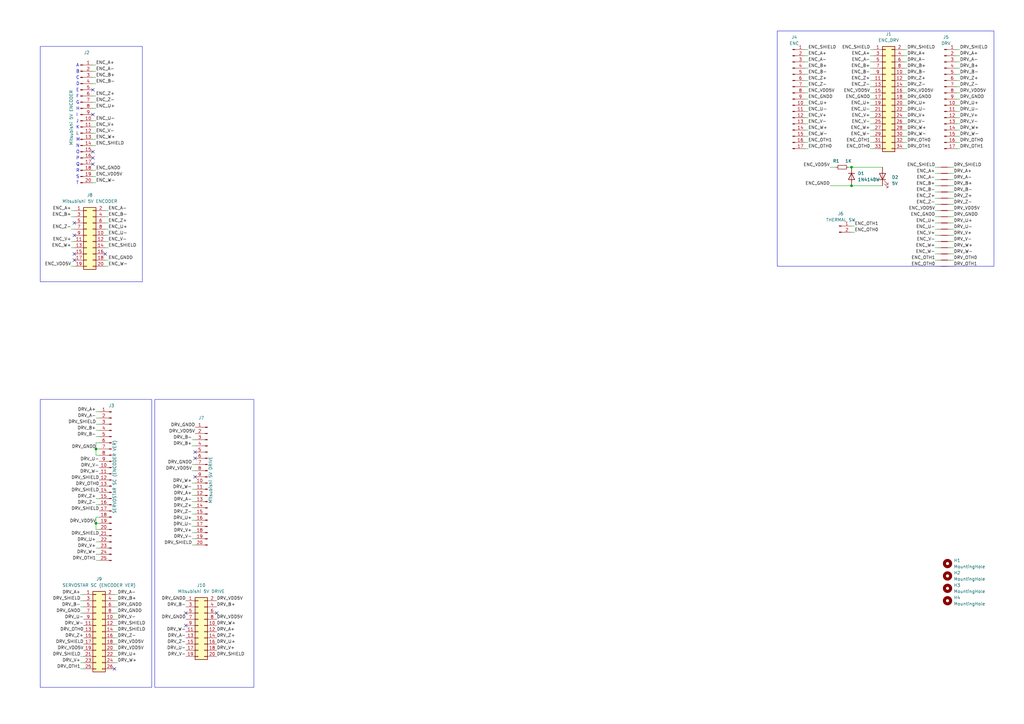
<source format=kicad_sch>
(kicad_sch (version 20230121) (generator eeschema)
  (paper "A3")
  (lib_symbols
    (symbol "Connector:Conn_01x02_Pin" (pin_names (offset 1.016) hide)
      (property "Reference" "J" (at 0 2.54 0))
      (property "Value" "Conn_01x02_Pin" (at 0 -5.08 0))
      (symbol "Conn_01x02_Pin_1_1"
        (pin passive line (at 5.08 0 180) (length 3.81) (name "Pin_1") (number "1"))
        (pin passive line (at 5.08 -2.54 180) (length 3.81) (name "Pin_2") (number "2"))
      )
    )
    (symbol "Connector:Conn_01x17_Pin" (pin_names (offset 1.016) hide)
      (property "Reference" "J" (at 0 22.86 0))
      (property "Value" "Conn_01x17_Pin" (at 0 -22.86 0))
      (symbol "Conn_01x17_Pin_1_1"
        (pin passive line (at 5.08 20.32 180) (length 3.81) (name "Pin_1") (number "1"))
        (pin passive line (at 5.08 -2.54 180) (length 3.81) (name "Pin_10") (number "10"))
        (pin passive line (at 5.08 -5.08 180) (length 3.81) (name "Pin_11") (number "11"))
        (pin passive line (at 5.08 -7.62 180) (length 3.81) (name "Pin_12") (number "12"))
        (pin passive line (at 5.08 -10.16 180) (length 3.81) (name "Pin_13") (number "13"))
        (pin passive line (at 5.08 -12.7 180) (length 3.81) (name "Pin_14") (number "14"))
        (pin passive line (at 5.08 -15.24 180) (length 3.81) (name "Pin_15") (number "15"))
        (pin passive line (at 5.08 -17.78 180) (length 3.81) (name "Pin_16") (number "16"))
        (pin passive line (at 5.08 -20.32 180) (length 3.81) (name "Pin_17") (number "17"))
        (pin passive line (at 5.08 17.78 180) (length 3.81) (name "Pin_2") (number "2"))
        (pin passive line (at 5.08 15.24 180) (length 3.81) (name "Pin_3") (number "3"))
        (pin passive line (at 5.08 12.7 180) (length 3.81) (name "Pin_4") (number "4"))
        (pin passive line (at 5.08 10.16 180) (length 3.81) (name "Pin_5") (number "5"))
        (pin passive line (at 5.08 7.62 180) (length 3.81) (name "Pin_6") (number "6"))
        (pin passive line (at 5.08 5.08 180) (length 3.81) (name "Pin_7") (number "7"))
        (pin passive line (at 5.08 2.54 180) (length 3.81) (name "Pin_8") (number "8"))
        (pin passive line (at 5.08 0 180) (length 3.81) (name "Pin_9") (number "9"))
      )
    )
    (symbol "Connector:Conn_01x20_Pin" (pin_names (offset 1.016) hide)
      (property "Reference" "J" (at 0 25.4 0))
      (property "Value" "Conn_01x20_Pin" (at 0 -27.94 0))
      (symbol "Conn_01x20_Pin_1_1"
        (pin passive line (at 5.08 22.86 180) (length 3.81) (name "Pin_1") (number "1"))
        (pin passive line (at 5.08 0 180) (length 3.81) (name "Pin_10") (number "10"))
        (pin passive line (at 5.08 -2.54 180) (length 3.81) (name "Pin_11") (number "11"))
        (pin passive line (at 5.08 -5.08 180) (length 3.81) (name "Pin_12") (number "12"))
        (pin passive line (at 5.08 -7.62 180) (length 3.81) (name "Pin_13") (number "13"))
        (pin passive line (at 5.08 -10.16 180) (length 3.81) (name "Pin_14") (number "14"))
        (pin passive line (at 5.08 -12.7 180) (length 3.81) (name "Pin_15") (number "15"))
        (pin passive line (at 5.08 -15.24 180) (length 3.81) (name "Pin_16") (number "16"))
        (pin passive line (at 5.08 -17.78 180) (length 3.81) (name "Pin_17") (number "17"))
        (pin passive line (at 5.08 -20.32 180) (length 3.81) (name "Pin_18") (number "18"))
        (pin passive line (at 5.08 -22.86 180) (length 3.81) (name "Pin_19") (number "19"))
        (pin passive line (at 5.08 20.32 180) (length 3.81) (name "Pin_2") (number "2"))
        (pin passive line (at 5.08 -25.4 180) (length 3.81) (name "Pin_20") (number "20"))
        (pin passive line (at 5.08 17.78 180) (length 3.81) (name "Pin_3") (number "3"))
        (pin passive line (at 5.08 15.24 180) (length 3.81) (name "Pin_4") (number "4"))
        (pin passive line (at 5.08 12.7 180) (length 3.81) (name "Pin_5") (number "5"))
        (pin passive line (at 5.08 10.16 180) (length 3.81) (name "Pin_6") (number "6"))
        (pin passive line (at 5.08 7.62 180) (length 3.81) (name "Pin_7") (number "7"))
        (pin passive line (at 5.08 5.08 180) (length 3.81) (name "Pin_8") (number "8"))
        (pin passive line (at 5.08 2.54 180) (length 3.81) (name "Pin_9") (number "9"))
      )
    )
    (symbol "Connector:Conn_01x25_Pin" (pin_names (offset 1.016) hide)
      (property "Reference" "J" (at 0 33.02 0))
      (property "Value" "Conn_01x25_Pin" (at 0 -33.02 0))
      (symbol "Conn_01x25_Pin_1_1"
        (pin passive line (at 5.08 30.48 180) (length 3.81) (name "Pin_1") (number "1"))
        (pin passive line (at 5.08 7.62 180) (length 3.81) (name "Pin_10") (number "10"))
        (pin passive line (at 5.08 5.08 180) (length 3.81) (name "Pin_11") (number "11"))
        (pin passive line (at 5.08 2.54 180) (length 3.81) (name "Pin_12") (number "12"))
        (pin passive line (at 5.08 0 180) (length 3.81) (name "Pin_13") (number "13"))
        (pin passive line (at 5.08 -2.54 180) (length 3.81) (name "Pin_14") (number "14"))
        (pin passive line (at 5.08 -5.08 180) (length 3.81) (name "Pin_15") (number "15"))
        (pin passive line (at 5.08 -7.62 180) (length 3.81) (name "Pin_16") (number "16"))
        (pin passive line (at 5.08 -10.16 180) (length 3.81) (name "Pin_17") (number "17"))
        (pin passive line (at 5.08 -12.7 180) (length 3.81) (name "Pin_18") (number "18"))
        (pin passive line (at 5.08 -15.24 180) (length 3.81) (name "Pin_19") (number "19"))
        (pin passive line (at 5.08 27.94 180) (length 3.81) (name "Pin_2") (number "2"))
        (pin passive line (at 5.08 -17.78 180) (length 3.81) (name "Pin_20") (number "20"))
        (pin passive line (at 5.08 -20.32 180) (length 3.81) (name "Pin_21") (number "21"))
        (pin passive line (at 5.08 -22.86 180) (length 3.81) (name "Pin_22") (number "22"))
        (pin passive line (at 5.08 -25.4 180) (length 3.81) (name "Pin_23") (number "23"))
        (pin passive line (at 5.08 -27.94 180) (length 3.81) (name "Pin_24") (number "24"))
        (pin passive line (at 5.08 -30.48 180) (length 3.81) (name "Pin_25") (number "25"))
        (pin passive line (at 5.08 25.4 180) (length 3.81) (name "Pin_3") (number "3"))
        (pin passive line (at 5.08 22.86 180) (length 3.81) (name "Pin_4") (number "4"))
        (pin passive line (at 5.08 20.32 180) (length 3.81) (name "Pin_5") (number "5"))
        (pin passive line (at 5.08 17.78 180) (length 3.81) (name "Pin_6") (number "6"))
        (pin passive line (at 5.08 15.24 180) (length 3.81) (name "Pin_7") (number "7"))
        (pin passive line (at 5.08 12.7 180) (length 3.81) (name "Pin_8") (number "8"))
        (pin passive line (at 5.08 10.16 180) (length 3.81) (name "Pin_9") (number "9"))
      )
    )
    (symbol "Connector_Generic:Conn_02x10_Odd_Even" (pin_names (offset 1.016) hide)
      (property "Reference" "J" (at 1.27 12.7 0))
      (property "Value" "Conn_02x10_Odd_Even" (at 1.27 -15.24 0))
      (symbol "Conn_02x10_Odd_Even_1_1"
        (pin passive line (at -5.08 10.16 0) (length 3.81) (name "Pin_1") (number "1"))
        (pin passive line (at 7.62 0 180) (length 3.81) (name "Pin_10") (number "10"))
        (pin passive line (at -5.08 -2.54 0) (length 3.81) (name "Pin_11") (number "11"))
        (pin passive line (at 7.62 -2.54 180) (length 3.81) (name "Pin_12") (number "12"))
        (pin passive line (at -5.08 -5.08 0) (length 3.81) (name "Pin_13") (number "13"))
        (pin passive line (at 7.62 -5.08 180) (length 3.81) (name "Pin_14") (number "14"))
        (pin passive line (at -5.08 -7.62 0) (length 3.81) (name "Pin_15") (number "15"))
        (pin passive line (at 7.62 -7.62 180) (length 3.81) (name "Pin_16") (number "16"))
        (pin passive line (at -5.08 -10.16 0) (length 3.81) (name "Pin_17") (number "17"))
        (pin passive line (at 7.62 -10.16 180) (length 3.81) (name "Pin_18") (number "18"))
        (pin passive line (at -5.08 -12.7 0) (length 3.81) (name "Pin_19") (number "19"))
        (pin passive line (at 7.62 10.16 180) (length 3.81) (name "Pin_2") (number "2"))
        (pin passive line (at 7.62 -12.7 180) (length 3.81) (name "Pin_20") (number "20"))
        (pin passive line (at -5.08 7.62 0) (length 3.81) (name "Pin_3") (number "3"))
        (pin passive line (at 7.62 7.62 180) (length 3.81) (name "Pin_4") (number "4"))
        (pin passive line (at -5.08 5.08 0) (length 3.81) (name "Pin_5") (number "5"))
        (pin passive line (at 7.62 5.08 180) (length 3.81) (name "Pin_6") (number "6"))
        (pin passive line (at -5.08 2.54 0) (length 3.81) (name "Pin_7") (number "7"))
        (pin passive line (at 7.62 2.54 180) (length 3.81) (name "Pin_8") (number "8"))
        (pin passive line (at -5.08 0 0) (length 3.81) (name "Pin_9") (number "9"))
      )
    )
    (symbol "Connector_Generic:Conn_02x13_Odd_Even" (pin_names (offset 1.016) hide)
      (property "Reference" "J" (at 1.27 17.78 0))
      (property "Value" "Conn_02x13_Odd_Even" (at 1.27 -17.78 0))
      (symbol "Conn_02x13_Odd_Even_1_1"
        (pin passive line (at -5.08 15.24 0) (length 3.81) (name "Pin_1") (number "1"))
        (pin passive line (at 7.62 5.08 180) (length 3.81) (name "Pin_10") (number "10"))
        (pin passive line (at -5.08 2.54 0) (length 3.81) (name "Pin_11") (number "11"))
        (pin passive line (at 7.62 2.54 180) (length 3.81) (name "Pin_12") (number "12"))
        (pin passive line (at -5.08 0 0) (length 3.81) (name "Pin_13") (number "13"))
        (pin passive line (at 7.62 0 180) (length 3.81) (name "Pin_14") (number "14"))
        (pin passive line (at -5.08 -2.54 0) (length 3.81) (name "Pin_15") (number "15"))
        (pin passive line (at 7.62 -2.54 180) (length 3.81) (name "Pin_16") (number "16"))
        (pin passive line (at -5.08 -5.08 0) (length 3.81) (name "Pin_17") (number "17"))
        (pin passive line (at 7.62 -5.08 180) (length 3.81) (name "Pin_18") (number "18"))
        (pin passive line (at -5.08 -7.62 0) (length 3.81) (name "Pin_19") (number "19"))
        (pin passive line (at 7.62 15.24 180) (length 3.81) (name "Pin_2") (number "2"))
        (pin passive line (at 7.62 -7.62 180) (length 3.81) (name "Pin_20") (number "20"))
        (pin passive line (at -5.08 -10.16 0) (length 3.81) (name "Pin_21") (number "21"))
        (pin passive line (at 7.62 -10.16 180) (length 3.81) (name "Pin_22") (number "22"))
        (pin passive line (at -5.08 -12.7 0) (length 3.81) (name "Pin_23") (number "23"))
        (pin passive line (at 7.62 -12.7 180) (length 3.81) (name "Pin_24") (number "24"))
        (pin passive line (at -5.08 -15.24 0) (length 3.81) (name "Pin_25") (number "25"))
        (pin passive line (at 7.62 -15.24 180) (length 3.81) (name "Pin_26") (number "26"))
        (pin passive line (at -5.08 12.7 0) (length 3.81) (name "Pin_3") (number "3"))
        (pin passive line (at 7.62 12.7 180) (length 3.81) (name "Pin_4") (number "4"))
        (pin passive line (at -5.08 10.16 0) (length 3.81) (name "Pin_5") (number "5"))
        (pin passive line (at 7.62 10.16 180) (length 3.81) (name "Pin_6") (number "6"))
        (pin passive line (at -5.08 7.62 0) (length 3.81) (name "Pin_7") (number "7"))
        (pin passive line (at 7.62 7.62 180) (length 3.81) (name "Pin_8") (number "8"))
        (pin passive line (at -5.08 5.08 0) (length 3.81) (name "Pin_9") (number "9"))
      )
    )
    (symbol "Connector_Generic:Conn_02x17_Odd_Even" (pin_names (offset 1.016) hide)
      (property "Reference" "J" (at 1.27 22.86 0))
      (property "Value" "Conn_02x17_Odd_Even" (at 1.27 -22.86 0))
      (symbol "Conn_02x17_Odd_Even_1_1"
        (pin passive line (at -5.08 20.32 0) (length 3.81) (name "Pin_1") (number "1"))
        (pin passive line (at 7.62 10.16 180) (length 3.81) (name "Pin_10") (number "10"))
        (pin passive line (at -5.08 7.62 0) (length 3.81) (name "Pin_11") (number "11"))
        (pin passive line (at 7.62 7.62 180) (length 3.81) (name "Pin_12") (number "12"))
        (pin passive line (at -5.08 5.08 0) (length 3.81) (name "Pin_13") (number "13"))
        (pin passive line (at 7.62 5.08 180) (length 3.81) (name "Pin_14") (number "14"))
        (pin passive line (at -5.08 2.54 0) (length 3.81) (name "Pin_15") (number "15"))
        (pin passive line (at 7.62 2.54 180) (length 3.81) (name "Pin_16") (number "16"))
        (pin passive line (at -5.08 0 0) (length 3.81) (name "Pin_17") (number "17"))
        (pin passive line (at 7.62 0 180) (length 3.81) (name "Pin_18") (number "18"))
        (pin passive line (at -5.08 -2.54 0) (length 3.81) (name "Pin_19") (number "19"))
        (pin passive line (at 7.62 20.32 180) (length 3.81) (name "Pin_2") (number "2"))
        (pin passive line (at 7.62 -2.54 180) (length 3.81) (name "Pin_20") (number "20"))
        (pin passive line (at -5.08 -5.08 0) (length 3.81) (name "Pin_21") (number "21"))
        (pin passive line (at 7.62 -5.08 180) (length 3.81) (name "Pin_22") (number "22"))
        (pin passive line (at -5.08 -7.62 0) (length 3.81) (name "Pin_23") (number "23"))
        (pin passive line (at 7.62 -7.62 180) (length 3.81) (name "Pin_24") (number "24"))
        (pin passive line (at -5.08 -10.16 0) (length 3.81) (name "Pin_25") (number "25"))
        (pin passive line (at 7.62 -10.16 180) (length 3.81) (name "Pin_26") (number "26"))
        (pin passive line (at -5.08 -12.7 0) (length 3.81) (name "Pin_27") (number "27"))
        (pin passive line (at 7.62 -12.7 180) (length 3.81) (name "Pin_28") (number "28"))
        (pin passive line (at -5.08 -15.24 0) (length 3.81) (name "Pin_29") (number "29"))
        (pin passive line (at -5.08 17.78 0) (length 3.81) (name "Pin_3") (number "3"))
        (pin passive line (at 7.62 -15.24 180) (length 3.81) (name "Pin_30") (number "30"))
        (pin passive line (at -5.08 -17.78 0) (length 3.81) (name "Pin_31") (number "31"))
        (pin passive line (at 7.62 -17.78 180) (length 3.81) (name "Pin_32") (number "32"))
        (pin passive line (at -5.08 -20.32 0) (length 3.81) (name "Pin_33") (number "33"))
        (pin passive line (at 7.62 -20.32 180) (length 3.81) (name "Pin_34") (number "34"))
        (pin passive line (at 7.62 17.78 180) (length 3.81) (name "Pin_4") (number "4"))
        (pin passive line (at -5.08 15.24 0) (length 3.81) (name "Pin_5") (number "5"))
        (pin passive line (at 7.62 15.24 180) (length 3.81) (name "Pin_6") (number "6"))
        (pin passive line (at -5.08 12.7 0) (length 3.81) (name "Pin_7") (number "7"))
        (pin passive line (at 7.62 12.7 180) (length 3.81) (name "Pin_8") (number "8"))
        (pin passive line (at -5.08 10.16 0) (length 3.81) (name "Pin_9") (number "9"))
      )
    )
    (symbol "Device:LED" (pin_numbers hide) (pin_names (offset 1.016) hide)
      (property "Reference" "D" (at 0 2.54 0))
      (property "Value" "LED" (at 0 -2.54 0))
      (symbol "LED_1_1"
        (pin passive line (at -3.81 0 0) (length 2.54) (name "K") (number "1"))
        (pin passive line (at 3.81 0 180) (length 2.54) (name "A") (number "2"))
      )
    )
    (symbol "Device:NetTie_2" (pin_numbers hide) (pin_names (offset 0) hide) (in_bom no)
      (property "Reference" "NT" (at 0 1.27 0))
      (property "Value" "NetTie_2" (at 0 -1.27 0))
      (symbol "NetTie_2_1_1"
        (pin passive line (at -2.54 0 0) (length 2.54) (name "1") (number "1"))
        (pin passive line (at 2.54 0 180) (length 2.54) (name "2") (number "2"))
      )
    )
    (symbol "Device:R_Small" (pin_numbers hide) (pin_names (offset 0.254) hide)
      (property "Reference" "R" (at 0.762 0.508 0))
      (property "Value" "R_Small" (at 0.762 -1.016 0))
      (symbol "R_Small_1_1"
        (pin passive line (at 0 2.54 270) (length 0.762) (name "~") (number "1"))
        (pin passive line (at 0 -2.54 90) (length 0.762) (name "~") (number "2"))
      )
    )
    (symbol "Diode:1N4148W" (pin_numbers hide) (pin_names hide)
      (property "Reference" "D" (at 0 2.54 0))
      (property "Value" "1N4148W" (at 0 -2.54 0))
      (symbol "1N4148W_1_1"
        (pin passive line (at -3.81 0 0) (length 2.54) (name "K") (number "1"))
        (pin passive line (at 3.81 0 180) (length 2.54) (name "A") (number "2"))
      )
    )
    (symbol "Mechanical:MountingHole" (pin_names (offset 1.016))
      (property "Reference" "H" (at 0 5.08 0))
      (property "Value" "MountingHole" (at 0 3.175 0))
    )
  )
  (junction (at 349.25 76.2))
  (junction (at 39.37 184.15))
  (junction (at 39.37 214.63))
  (junction (at 349.25 68.58))
  (no_connect (at 76.2 256.54))
  (no_connect (at 80.01 195.58))
  (no_connect (at 38.1 62.23))
  (no_connect (at 88.9 251.46))
  (no_connect (at 80.01 187.96))
  (no_connect (at 46.99 274.32))
  (no_connect (at 38.1 64.77))
  (no_connect (at 80.01 185.42))
  (no_connect (at 30.48 96.52))
  (no_connect (at 30.48 104.14))
  (no_connect (at 30.48 91.44))
  (no_connect (at 30.48 106.68))
  (no_connect (at 43.18 104.14))
  (no_connect (at 76.2 251.46))
  (no_connect (at 38.1 67.31))
  (no_connect (at 38.1 46.99))
  (no_connect (at 38.1 36.83))
  (wire (pts (xy 39.37 59.69) (xy 38.1 59.69)))
  (wire (pts (xy 39.37 222.25) (xy 40.64 222.25)))
  (wire (pts (xy 391.16 88.9) (xy 389.89 88.9)))
  (wire (pts (xy 391.16 76.2) (xy 389.89 76.2)))
  (wire (pts (xy 356.87 35.56) (xy 358.14 35.56)))
  (wire (pts (xy 372.11 25.4) (xy 370.84 25.4)))
  (wire (pts (xy 383.54 106.68) (xy 384.81 106.68)))
  (wire (pts (xy 393.7 55.88) (xy 392.43 55.88)))
  (wire (pts (xy 383.54 78.74) (xy 384.81 78.74)))
  (wire (pts (xy 391.16 99.06) (xy 389.89 99.06)))
  (wire (pts (xy 39.37 54.61) (xy 38.1 54.61)))
  (wire (pts (xy 39.37 217.17) (xy 40.64 217.17)))
  (wire (pts (xy 39.37 31.75) (xy 38.1 31.75)))
  (wire (pts (xy 39.37 184.15) (xy 40.64 184.15)))
  (wire (pts (xy 44.45 86.36) (xy 43.18 86.36)))
  (wire (pts (xy 48.26 266.7) (xy 46.99 266.7)))
  (wire (pts (xy 391.16 78.74) (xy 389.89 78.74)))
  (wire (pts (xy 349.25 68.58) (xy 361.95 68.58)))
  (wire (pts (xy 393.7 25.4) (xy 392.43 25.4)))
  (wire (pts (xy 391.16 96.52) (xy 389.89 96.52)))
  (wire (pts (xy 391.16 104.14) (xy 389.89 104.14)))
  (wire (pts (xy 39.37 41.91) (xy 38.1 41.91)))
  (wire (pts (xy 331.47 48.26) (xy 330.2 48.26)))
  (wire (pts (xy 39.37 227.33) (xy 40.64 227.33)))
  (wire (pts (xy 331.47 50.8) (xy 330.2 50.8)))
  (wire (pts (xy 44.45 96.52) (xy 43.18 96.52)))
  (wire (pts (xy 383.54 71.12) (xy 384.81 71.12)))
  (wire (pts (xy 383.54 88.9) (xy 384.81 88.9)))
  (wire (pts (xy 356.87 50.8) (xy 358.14 50.8)))
  (wire (pts (xy 39.37 212.09) (xy 39.37 214.63)))
  (wire (pts (xy 383.54 81.28) (xy 384.81 81.28)))
  (wire (pts (xy 48.26 256.54) (xy 46.99 256.54)))
  (wire (pts (xy 383.54 104.14) (xy 384.81 104.14)))
  (wire (pts (xy 44.45 93.98) (xy 43.18 93.98)))
  (wire (pts (xy 78.74 208.28) (xy 80.01 208.28)))
  (wire (pts (xy 39.37 214.63) (xy 39.37 217.17)))
  (wire (pts (xy 39.37 34.29) (xy 38.1 34.29)))
  (wire (pts (xy 331.47 22.86) (xy 330.2 22.86)))
  (wire (pts (xy 372.11 55.88) (xy 370.84 55.88)))
  (wire (pts (xy 356.87 27.94) (xy 358.14 27.94)))
  (wire (pts (xy 29.21 93.98) (xy 30.48 93.98)))
  (wire (pts (xy 356.87 43.18) (xy 358.14 43.18)))
  (wire (pts (xy 391.16 86.36) (xy 389.89 86.36)))
  (wire (pts (xy 39.37 168.91) (xy 40.64 168.91)))
  (wire (pts (xy 33.02 243.84) (xy 34.29 243.84)))
  (wire (pts (xy 331.47 25.4) (xy 330.2 25.4)))
  (wire (pts (xy 393.7 43.18) (xy 392.43 43.18)))
  (wire (pts (xy 39.37 44.45) (xy 38.1 44.45)))
  (wire (pts (xy 78.74 193.04) (xy 80.01 193.04)))
  (wire (pts (xy 372.11 53.34) (xy 370.84 53.34)))
  (wire (pts (xy 356.87 22.86) (xy 358.14 22.86)))
  (wire (pts (xy 340.36 68.58) (xy 342.9 68.58)))
  (wire (pts (xy 39.37 72.39) (xy 38.1 72.39)))
  (wire (pts (xy 356.87 38.1) (xy 358.14 38.1)))
  (wire (pts (xy 39.37 176.53) (xy 40.64 176.53)))
  (wire (pts (xy 48.26 271.78) (xy 46.99 271.78)))
  (wire (pts (xy 391.16 101.6) (xy 389.89 101.6)))
  (wire (pts (xy 331.47 27.94) (xy 330.2 27.94)))
  (wire (pts (xy 383.54 101.6) (xy 384.81 101.6)))
  (wire (pts (xy 372.11 50.8) (xy 370.84 50.8)))
  (wire (pts (xy 33.02 251.46) (xy 34.29 251.46)))
  (wire (pts (xy 372.11 43.18) (xy 370.84 43.18)))
  (wire (pts (xy 372.11 30.48) (xy 370.84 30.48)))
  (wire (pts (xy 331.47 53.34) (xy 330.2 53.34)))
  (wire (pts (xy 78.74 223.52) (xy 80.01 223.52)))
  (wire (pts (xy 33.02 269.24) (xy 34.29 269.24)))
  (wire (pts (xy 78.74 182.88) (xy 80.01 182.88)))
  (wire (pts (xy 40.64 181.61) (xy 39.37 181.61)))
  (wire (pts (xy 44.45 109.22) (xy 43.18 109.22)))
  (wire (pts (xy 331.47 20.32) (xy 330.2 20.32)))
  (wire (pts (xy 393.7 53.34) (xy 392.43 53.34)))
  (wire (pts (xy 391.16 81.28) (xy 389.89 81.28)))
  (wire (pts (xy 39.37 52.07) (xy 38.1 52.07)))
  (wire (pts (xy 372.11 58.42) (xy 370.84 58.42)))
  (wire (pts (xy 356.87 30.48) (xy 358.14 30.48)))
  (wire (pts (xy 78.74 180.34) (xy 80.01 180.34)))
  (wire (pts (xy 39.37 181.61) (xy 39.37 184.15)))
  (wire (pts (xy 372.11 27.94) (xy 370.84 27.94)))
  (wire (pts (xy 33.02 246.38) (xy 34.29 246.38)))
  (wire (pts (xy 78.74 200.66) (xy 80.01 200.66)))
  (wire (pts (xy 29.21 99.06) (xy 30.48 99.06)))
  (wire (pts (xy 331.47 45.72) (xy 330.2 45.72)))
  (wire (pts (xy 78.74 220.98) (xy 80.01 220.98)))
  (wire (pts (xy 393.7 38.1) (xy 392.43 38.1)))
  (wire (pts (xy 340.36 76.2) (xy 349.25 76.2)))
  (wire (pts (xy 350.52 95.25) (xy 349.25 95.25)))
  (wire (pts (xy 391.16 106.68) (xy 389.89 106.68)))
  (wire (pts (xy 391.16 71.12) (xy 389.89 71.12)))
  (wire (pts (xy 356.87 33.02) (xy 358.14 33.02)))
  (wire (pts (xy 383.54 96.52) (xy 384.81 96.52)))
  (wire (pts (xy 331.47 38.1) (xy 330.2 38.1)))
  (wire (pts (xy 39.37 224.79) (xy 40.64 224.79)))
  (wire (pts (xy 391.16 68.58) (xy 389.89 68.58)))
  (wire (pts (xy 29.21 109.22) (xy 30.48 109.22)))
  (wire (pts (xy 350.52 92.71) (xy 349.25 92.71)))
  (wire (pts (xy 44.45 101.6) (xy 43.18 101.6)))
  (wire (pts (xy 391.16 109.22) (xy 389.89 109.22)))
  (wire (pts (xy 331.47 55.88) (xy 330.2 55.88)))
  (wire (pts (xy 393.7 22.86) (xy 392.43 22.86)))
  (wire (pts (xy 383.54 73.66) (xy 384.81 73.66)))
  (wire (pts (xy 383.54 91.44) (xy 384.81 91.44)))
  (wire (pts (xy 331.47 33.02) (xy 330.2 33.02)))
  (wire (pts (xy 78.74 198.12) (xy 80.01 198.12)))
  (wire (pts (xy 391.16 73.66) (xy 389.89 73.66)))
  (wire (pts (xy 393.7 50.8) (xy 392.43 50.8)))
  (wire (pts (xy 393.7 45.72) (xy 392.43 45.72)))
  (wire (pts (xy 331.47 43.18) (xy 330.2 43.18)))
  (wire (pts (xy 44.45 99.06) (xy 43.18 99.06)))
  (wire (pts (xy 383.54 109.22) (xy 384.81 109.22)))
  (wire (pts (xy 78.74 190.5) (xy 80.01 190.5)))
  (wire (pts (xy 29.21 101.6) (xy 30.48 101.6)))
  (wire (pts (xy 39.37 39.37) (xy 38.1 39.37)))
  (wire (pts (xy 39.37 229.87) (xy 40.64 229.87)))
  (wire (pts (xy 78.74 210.82) (xy 80.01 210.82)))
  (wire (pts (xy 33.02 274.32) (xy 34.29 274.32)))
  (wire (pts (xy 48.26 259.08) (xy 46.99 259.08)))
  (wire (pts (xy 39.37 204.47) (xy 40.64 204.47)))
  (wire (pts (xy 372.11 40.64) (xy 370.84 40.64)))
  (wire (pts (xy 383.54 99.06) (xy 384.81 99.06)))
  (wire (pts (xy 393.7 27.94) (xy 392.43 27.94)))
  (wire (pts (xy 48.26 264.16) (xy 46.99 264.16)))
  (wire (pts (xy 331.47 60.96) (xy 330.2 60.96)))
  (wire (pts (xy 331.47 30.48) (xy 330.2 30.48)))
  (wire (pts (xy 40.64 212.09) (xy 39.37 212.09)))
  (wire (pts (xy 48.26 254) (xy 46.99 254)))
  (wire (pts (xy 48.26 248.92) (xy 46.99 248.92)))
  (wire (pts (xy 48.26 246.38) (xy 46.99 246.38)))
  (wire (pts (xy 372.11 20.32) (xy 370.84 20.32)))
  (wire (pts (xy 44.45 106.68) (xy 43.18 106.68)))
  (wire (pts (xy 391.16 91.44) (xy 389.89 91.44)))
  (wire (pts (xy 39.37 207.01) (xy 40.64 207.01)))
  (wire (pts (xy 372.11 60.96) (xy 370.84 60.96)))
  (wire (pts (xy 393.7 35.56) (xy 392.43 35.56)))
  (wire (pts (xy 48.26 243.84) (xy 46.99 243.84)))
  (wire (pts (xy 48.26 269.24) (xy 46.99 269.24)))
  (wire (pts (xy 393.7 30.48) (xy 392.43 30.48)))
  (wire (pts (xy 349.25 76.2) (xy 361.95 76.2)))
  (wire (pts (xy 356.87 60.96) (xy 358.14 60.96)))
  (wire (pts (xy 372.11 45.72) (xy 370.84 45.72)))
  (wire (pts (xy 78.74 215.9) (xy 80.01 215.9)))
  (wire (pts (xy 33.02 248.92) (xy 34.29 248.92)))
  (wire (pts (xy 393.7 33.02) (xy 392.43 33.02)))
  (wire (pts (xy 356.87 55.88) (xy 358.14 55.88)))
  (wire (pts (xy 331.47 40.64) (xy 330.2 40.64)))
  (wire (pts (xy 33.02 271.78) (xy 34.29 271.78)))
  (wire (pts (xy 383.54 68.58) (xy 384.81 68.58)))
  (wire (pts (xy 372.11 33.02) (xy 370.84 33.02)))
  (wire (pts (xy 391.16 93.98) (xy 389.89 93.98)))
  (wire (pts (xy 331.47 58.42) (xy 330.2 58.42)))
  (wire (pts (xy 383.54 93.98) (xy 384.81 93.98)))
  (wire (pts (xy 39.37 186.69) (xy 40.64 186.69)))
  (wire (pts (xy 44.45 91.44) (xy 43.18 91.44)))
  (wire (pts (xy 39.37 173.99) (xy 40.64 173.99)))
  (wire (pts (xy 39.37 29.21) (xy 38.1 29.21)))
  (wire (pts (xy 48.26 251.46) (xy 46.99 251.46)))
  (wire (pts (xy 39.37 74.93) (xy 38.1 74.93)))
  (wire (pts (xy 39.37 57.15) (xy 38.1 57.15)))
  (wire (pts (xy 48.26 261.62) (xy 46.99 261.62)))
  (wire (pts (xy 372.11 35.56) (xy 370.84 35.56)))
  (wire (pts (xy 39.37 69.85) (xy 38.1 69.85)))
  (wire (pts (xy 347.98 68.58) (xy 349.25 68.58)))
  (wire (pts (xy 393.7 58.42) (xy 392.43 58.42)))
  (wire (pts (xy 39.37 49.53) (xy 38.1 49.53)))
  (wire (pts (xy 372.11 38.1) (xy 370.84 38.1)))
  (wire (pts (xy 78.74 203.2) (xy 80.01 203.2)))
  (wire (pts (xy 78.74 218.44) (xy 80.01 218.44)))
  (wire (pts (xy 383.54 76.2) (xy 384.81 76.2)))
  (wire (pts (xy 44.45 88.9) (xy 43.18 88.9)))
  (wire (pts (xy 383.54 83.82) (xy 384.81 83.82)))
  (wire (pts (xy 356.87 48.26) (xy 358.14 48.26)))
  (wire (pts (xy 393.7 40.64) (xy 392.43 40.64)))
  (wire (pts (xy 39.37 179.07) (xy 40.64 179.07)))
  (wire (pts (xy 356.87 25.4) (xy 358.14 25.4)))
  (wire (pts (xy 356.87 53.34) (xy 358.14 53.34)))
  (wire (pts (xy 78.74 205.74) (xy 80.01 205.74)))
  (wire (pts (xy 383.54 86.36) (xy 384.81 86.36)))
  (wire (pts (xy 391.16 83.82) (xy 389.89 83.82)))
  (wire (pts (xy 39.37 184.15) (xy 39.37 186.69)))
  (wire (pts (xy 331.47 35.56) (xy 330.2 35.56)))
  (wire (pts (xy 393.7 60.96) (xy 392.43 60.96)))
  (wire (pts (xy 393.7 48.26) (xy 392.43 48.26)))
  (wire (pts (xy 372.11 48.26) (xy 370.84 48.26)))
  (wire (pts (xy 29.21 88.9) (xy 30.48 88.9)))
  (wire (pts (xy 29.21 86.36) (xy 30.48 86.36)))
  (wire (pts (xy 356.87 45.72) (xy 358.14 45.72)))
  (wire (pts (xy 393.7 20.32) (xy 392.43 20.32)))
  (wire (pts (xy 356.87 58.42) (xy 358.14 58.42)))
  (wire (pts (xy 356.87 40.64) (xy 358.14 40.64)))
  (wire (pts (xy 39.37 214.63) (xy 40.64 214.63)))
  (wire (pts (xy 356.87 20.32) (xy 358.14 20.32)))
  (wire (pts (xy 372.11 22.86) (xy 370.84 22.86)))
  (wire (pts (xy 39.37 171.45) (xy 40.64 171.45)))
  (wire (pts (xy 78.74 213.36) (xy 80.01 213.36)))
  (wire (pts (xy 39.37 26.67) (xy 38.1 26.67)))
  (rectangle (start 16.51 19.05) (end 58.42 115.57))
  (rectangle (start 63.5 163.83) (end 104.14 281.94))
  (rectangle (start 16.51 163.83) (end 62.23 281.94))
  (rectangle (start 318.77 12.7) (end 407.67 109.22))
  (text "K" (at 31.179 53.0219 0) (effects (font (size 1.27 1.27)) (justify left bottom)))
  (text "O" (at 31.179 63.1819 0) (effects (font (size 1.27 1.27)) (justify left bottom)))
  (text "F" (at 31.179 40.3219 0) (effects (font (size 1.27 1.27)) (justify left bottom)))
  (text "E" (at 31.179 37.7819 0) (effects (font (size 1.27 1.27)) (justify left bottom)))
  (text "M" (at 31.179 58.1019 0) (effects (font (size 1.27 1.27)) (justify left bottom)))
  (text "R" (at 31.179 70.8019 0) (effects (font (size 1.27 1.27)) (justify left bottom)))
  (text "S" (at 31.179 73.3419 0) (effects (font (size 1.27 1.27)) (justify left bottom)))
  (text "B" (at 31.179 30.1619 0) (effects (font (size 1.27 1.27)) (justify left bottom)))
  (text "N" (at 31.179 60.6419 0) (effects (font (size 1.27 1.27)) (justify left bottom)))
  (text "Q" (at 31.179 68.2619 0) (effects (font (size 1.27 1.27)) (justify left bottom)))
  (text "L" (at 31.179 55.5619 0) (effects (font (size 1.27 1.27)) (justify left bottom)))
  (text "G" (at 31.179 42.8619 0) (effects (font (size 1.27 1.27)) (justify left bottom)))
  (text "T" (at 31.179 75.8819 0) (effects (font (size 1.27 1.27)) (justify left bottom)))
  (text "P" (at 31.179 65.7219 0) (effects (font (size 1.27 1.27)) (justify left bottom)))
  (text "D" (at 31.179 35.2419 0) (effects (font (size 1.27 1.27)) (justify left bottom)))
  (text "A" (at 31.179 27.6219 0) (effects (font (size 1.27 1.27)) (justify left bottom)))
  (text "I" (at 31.179 47.9419 0) (effects (font (size 1.27 1.27)) (justify left bottom)))
  (text "H" (at 31.179 45.4019 0) (effects (font (size 1.27 1.27)) (justify left bottom)))
  (text "C" (at 31.179 32.7019 0) (effects (font (size 1.27 1.27)) (justify left bottom)))
  (text "J" (at 31.179 50.4819 0) (effects (font (size 1.27 1.27)) (justify left bottom)))
  (label "ENC_V-" (at 356.87 50.8 180))
  (label "ENC_A-" (at 44.45 86.36 0))
  (label "DRV_A+" (at 88.9 259.08 0))
  (label "ENC_SHIELD" (at 44.45 101.6 0))
  (label "DRV_V-" (at 372.11 50.8 0))
  (label "ENC_V-" (at 44.45 99.06 0))
  (label "DRV_GNDD" (at 33.02 251.46 180))
  (label "DRV_U+" (at 391.16 91.44 0))
  (label "DRV_SHIELD" (at 48.26 259.08 0))
  (label "ENC_OTH0" (at 331.47 60.96 0))
  (label "ENC_B-" (at 39.37 34.29 0))
  (label "ENC_V-" (at 39.37 54.61 0))
  (label "DRV_U+" (at 39.37 222.25 180))
  (label "ENC_B+" (at 331.47 27.94 0))
  (label "ENC_Z+" (at 39.37 39.37 0))
  (label "DRV_V-" (at 40.64 191.77 180))
  (label "ENC_W-" (at 356.87 55.88 180))
  (label "DRV_OTH0" (at 391.16 106.68 0))
  (label "DRV_SHIELD" (at 40.64 196.85 180))
  (label "DRV_OTH1" (at 393.7 60.96 0))
  (label "DRV_OTH0" (at 372.11 58.42 0))
  (label "DRV_SHIELD" (at 40.64 201.93 180))
  (label "DRV_SHIELD" (at 48.26 256.54 0))
  (label "DRV_Z-" (at 372.11 35.56 0))
  (label "ENC_Z-" (at 29.21 93.98 180))
  (label "DRV_B-" (at 78.74 180.34 180))
  (label "DRV_SHIELD" (at 40.64 209.55 180))
  (label "ENC_W-" (at 331.47 55.88 0))
  (label "DRV_B+" (at 391.16 76.2 0))
  (label "DRV_V+" (at 78.74 218.44 180))
  (label "ENC_OTH0" (at 350.52 95.25 0))
  (label "ENC_Z-" (at 331.47 35.56 0))
  (label "ENC_VDD5V" (at 340.36 68.58 180))
  (label "ENC_W-" (at 383.54 104.14 180))
  (label "DRV_W-" (at 391.16 104.14 0))
  (label "DRV_W+" (at 78.74 198.12 180))
  (label "DRV_V-" (at 76.2 269.24 180))
  (label "ENC_A-" (at 356.87 25.4 180))
  (label "ENC_A+" (at 356.87 22.86 180))
  (label "ENC_U+" (at 383.54 91.44 180))
  (label "ENC_B-" (at 383.54 78.74 180))
  (label "DRV_OTH0" (at 40.64 199.39 180))
  (label "DRV_A-" (at 78.74 205.74 180))
  (label "DRV_U-" (at 40.64 189.23 180))
  (label "ENC_B+" (at 39.37 31.75 0))
  (label "ENC_GNDD" (at 39.37 69.85 0))
  (label "DRV_A-" (at 48.26 243.84 0))
  (label "ENC_Z-" (at 39.37 41.91 0))
  (label "DRV_GNDD" (at 76.2 246.38 180))
  (label "ENC_W-" (at 44.45 109.22 0))
  (label "DRV_A+" (at 39.37 168.91 180))
  (label "DRV_A-" (at 391.16 73.66 0))
  (label "DRV_W+" (at 391.16 101.6 0))
  (label "ENC_SHIELD" (at 39.37 59.69 0))
  (label "ENC_W+" (at 356.87 53.34 180))
  (label "DRV_A+" (at 33.02 243.84 180))
  (label "DRV_OTH1" (at 391.16 109.22 0))
  (label "ENC_V-" (at 331.47 50.8 0))
  (label "ENC_SHIELD" (at 383.54 68.58 180))
  (label "ENC_VDD5V" (at 39.37 72.39 0))
  (label "DRV_W-" (at 372.11 55.88 0))
  (label "ENC_VDD5V" (at 356.87 38.1 180))
  (label "DRV_B+" (at 372.11 27.94 0))
  (label "DRV_V-" (at 78.74 220.98 180))
  (label "ENC_A-" (at 39.37 29.21 0))
  (label "ENC_V+" (at 356.87 48.26 180))
  (label "DRV_SHIELD" (at 33.02 246.38 180))
  (label "DRV_B-" (at 76.2 248.92 180))
  (label "ENC_Z+" (at 44.45 91.44 0))
  (label "DRV_GNDD" (at 48.26 248.92 0))
  (label "DRV_B-" (at 33.02 248.92 180))
  (label "ENC_U+" (at 39.37 44.45 0))
  (label "DRV_V-" (at 48.26 254 0))
  (label "DRV_U-" (at 34.29 254 180))
  (label "ENC_A-" (at 331.47 25.4 0))
  (label "DRV_V+" (at 33.02 271.78 180))
  (label "DRV_Z-" (at 48.26 261.62 0))
  (label "DRV_SHIELD" (at 88.9 269.24 0))
  (label "DRV_V+" (at 39.37 224.79 180))
  (label "DRV_U+" (at 78.74 213.36 180))
  (label "ENC_A+" (at 29.21 86.36 180))
  (label "ENC_Z+" (at 331.47 33.02 0))
  (label "DRV_B+" (at 88.9 248.92 0))
  (label "DRV_B-" (at 391.16 78.74 0))
  (label "DRV_B-" (at 393.7 30.48 0))
  (label "DRV_GNDD" (at 391.16 88.9 0))
  (label "DRV_U-" (at 391.16 93.98 0))
  (label "DRV_SHIELD" (at 33.02 269.24 180))
  (label "DRV_A+" (at 372.11 22.86 0))
  (label "DRV_A-" (at 39.37 171.45 180))
  (label "DRV_GNDD" (at 393.7 40.64 0))
  (label "DRV_Z+" (at 39.37 204.47 180))
  (label "ENC_VDD5V" (at 331.47 38.1 0))
  (label "DRV_W-" (at 78.74 200.66 180))
  (label "DRV_W+" (at 393.7 53.34 0))
  (label "DRV_A-" (at 76.2 261.62 180))
  (label "DRV_W+" (at 372.11 53.34 0))
  (label "DRV_SHIELD" (at 372.11 20.32 0))
  (label "ENC_B-" (at 331.47 30.48 0))
  (label "DRV_U+" (at 88.9 264.16 0))
  (label "ENC_U-" (at 44.45 96.52 0))
  (label "ENC_B+" (at 356.87 27.94 180))
  (label "DRV_Z+" (at 372.11 33.02 0))
  (label "ENC_Z+" (at 383.54 81.28 180))
  (label "DRV_SHIELD" (at 40.64 219.71 180))
  (label "DRV_VDD5V" (at 393.7 38.1 0))
  (label "ENC_B+" (at 29.21 88.9 180))
  (label "ENC_OTH1" (at 383.54 106.68 180))
  (label "ENC_GNDD" (at 331.47 40.64 0))
  (label "DRV_W+" (at 39.37 227.33 180))
  (label "ENC_U+" (at 356.87 43.18 180))
  (label "DRV_Z+" (at 78.74 208.28 180))
  (label "ENC_W+" (at 29.21 101.6 180))
  (label "DRV_VDD5V" (at 39.37 214.63 180))
  (label "DRV_VDD5V" (at 78.74 193.04 180))
  (label "ENC_SHIELD" (at 356.87 20.32 180))
  (label "DRV_V+" (at 391.16 96.52 0))
  (label "DRV_Z-" (at 393.7 35.56 0))
  (label "DRV_GNDD" (at 39.37 184.15 180))
  (label "ENC_GNDD" (at 383.54 88.9 180))
  (label "DRV_GNDD" (at 48.26 251.46 0))
  (label "ENC_Z+" (at 356.87 33.02 180))
  (label "ENC_U-" (at 356.87 45.72 180))
  (label "DRV_GNDD" (at 80.01 175.26 180))
  (label "DRV_A+" (at 78.74 203.2 180))
  (label "DRV_Z+" (at 391.16 81.28 0))
  (label "ENC_B+" (at 383.54 76.2 180))
  (label "ENC_A+" (at 331.47 22.86 0))
  (label "ENC_OTH1" (at 331.47 58.42 0))
  (label "DRV_U-" (at 76.2 266.7 180))
  (label "ENC_GNDD" (at 44.45 106.68 0))
  (label "DRV_VDD5V" (at 48.26 266.7 0))
  (label "DRV_VDD5V" (at 48.26 264.16 0))
  (label "ENC_U+" (at 44.45 93.98 0))
  (label "ENC_OTH1" (at 356.87 58.42 180))
  (label "ENC_A-" (at 383.54 73.66 180))
  (label "DRV_SHIELD" (at 39.37 173.99 180))
  (label "DRV_A-" (at 393.7 25.4 0))
  (label "ENC_OTH0" (at 356.87 60.96 180))
  (label "DRV_V-" (at 391.16 99.06 0))
  (label "DRV_A+" (at 393.7 22.86 0))
  (label "ENC_OTH0" (at 383.54 109.22 180))
  (label "DRV_U-" (at 78.74 215.9 180))
  (label "DRV_W-" (at 393.7 55.88 0))
  (label "DRV_Z-" (at 391.16 83.82 0))
  (label "DRV_OTH1" (at 372.11 60.96 0))
  (label "DRV_Z+" (at 88.9 261.62 0))
  (label "ENC_V+" (at 331.47 48.26 0))
  (label "DRV_W-" (at 76.2 259.08 180))
  (label "ENC_U-" (at 39.37 49.53 0))
  (label "DRV_U+" (at 393.7 43.18 0))
  (label "ENC_B-" (at 356.87 30.48 180))
  (label "ENC_V-" (at 383.54 99.06 180))
  (label "ENC_Z-" (at 356.87 35.56 180))
  (label "DRV_U+" (at 372.11 43.18 0))
  (label "DRV_A+" (at 391.16 71.12 0))
  (label "ENC_GNDD" (at 356.87 40.64 180))
  (label "DRV_Z-" (at 76.2 264.16 180))
  (label "ENC_V+" (at 29.21 99.06 180))
  (label "DRV_B-" (at 372.11 30.48 0))
  (label "DRV_Z+" (at 393.7 33.02 0))
  (label "ENC_VDD5V" (at 29.21 109.22 180))
  (label "DRV_GNDD" (at 78.74 190.5 180))
  (label "DRV_B+" (at 39.37 176.53 180))
  (label "DRV_VDD5V" (at 372.11 38.1 0))
  (label "DRV_OTH1" (at 39.37 229.87 180))
  (label "ENC_OTH1" (at 350.52 92.71 0))
  (label "DRV_SHIELD" (at 78.74 223.52 180))
  (label "DRV_B+" (at 48.26 246.38 0))
  (label "DRV_GNDD" (at 372.11 40.64 0))
  (label "ENC_U-" (at 383.54 93.98 180))
  (label "DRV_Z-" (at 78.74 210.82 180))
  (label "DRV_OTH0" (at 34.29 259.08 180))
  (label "DRV_A-" (at 372.11 25.4 0))
  (label "ENC_Z-" (at 383.54 83.82 180))
  (label "ENC_U+" (at 331.47 43.18 0))
  (label "DRV_SHIELD" (at 393.7 20.32 0))
  (label "ENC_B-" (at 44.45 88.9 0))
  (label "ENC_VDD5V" (at 383.54 86.36 180))
  (label "DRV_VDD5V" (at 34.29 266.7 180))
  (label "DRV_GNDD" (at 76.2 254 180))
  (label "DRV_U-" (at 372.11 45.72 0))
  (label "DRV_V+" (at 393.7 48.26 0))
  (label "DRV_B+" (at 78.74 182.88 180))
  (label "ENC_V+" (at 383.54 96.52 180))
  (label "ENC_V+" (at 39.37 52.07 0))
  (label "DRV_SHIELD" (at 391.16 68.58 0))
  (label "DRV_B-" (at 39.37 179.07 180))
  (label "ENC_U-" (at 331.47 45.72 0))
  (label "DRV_V-" (at 393.7 50.8 0))
  (label "ENC_GNDD" (at 340.36 76.2 180))
  (label "DRV_U+" (at 48.26 269.24 0))
  (label "DRV_Z-" (at 39.37 207.01 180))
  (label "ENC_W+" (at 331.47 53.34 0))
  (label "DRV_OTH1" (at 33.02 274.32 180))
  (label "ENC_SHIELD" (at 331.47 20.32 0))
  (label "DRV_V+" (at 88.9 266.7 0))
  (label "DRV_Z+" (at 34.29 261.62 180))
  (label "ENC_A+" (at 383.54 71.12 180))
  (label "ENC_W+" (at 39.37 57.15 0))
  (label "DRV_OTH0" (at 393.7 58.42 0))
  (label "DRV_W-" (at 40.64 194.31 180))
  (label "DRV_VDD5V" (at 88.9 246.38 0))
  (label "ENC_W+" (at 383.54 101.6 180))
  (label "DRV_VDD5V" (at 391.16 86.36 0))
  (label "DRV_U-" (at 393.7 45.72 0))
  (label "DRV_W+" (at 88.9 256.54 0))
  (label "ENC_A+" (at 39.37 26.67 0))
  (label "DRV_W+" (at 48.26 271.78 0))
  (label "DRV_VDD5V" (at 88.9 254 0))
  (label "DRV_VDD5V" (at 80.01 177.8 180))
  (label "DRV_V+" (at 372.11 48.26 0))
  (label "DRV_W-" (at 34.29 256.54 180))
  (label "ENC_W-" (at 39.37 74.93 0))
  (label "DRV_B+" (at 393.7 27.94 0))
  (label "DRV_SHIELD" (at 34.29 264.16 180))
  (symbol (lib_id "Device:NetTie_2") (at 387.35 76.2 0) (unit 1) (in_bom no)
    (property "Reference" "NT4" (effects hide))
    (property "Value" "NetTie_2" (effects hide))
    (property "Footprint" "NetTie:NetTie-2_SMD_Pad0.5mm" (effects hide))
  )
  (symbol (lib_id "Connector:Conn_01x20_Pin") (at 33.02 49.53 0) (unit 1)
    (property "Reference" "J2" (at 35.56 21.59 0))
    (property "Value" "Mitsubishi 5V ENCODER" (at 29.21 48.26 90))
    (property "Footprint" "Connector_PinHeader_2.54mm:PinHeader_1x20_P2.54mm_Vertical" (effects hide))
  )
  (symbol (lib_id "Device:NetTie_2") (at 387.35 101.6 0) (unit 1) (in_bom no)
    (property "Reference" "NT14" (effects hide))
    (property "Value" "NetTie_2" (effects hide))
    (property "Footprint" "NetTie:NetTie-2_SMD_Pad0.5mm" (effects hide))
  )
  (symbol (lib_id "Connector_Generic:Conn_02x10_Odd_Even") (at 35.56 96.52 0) (unit 1)
    (property "Reference" "J8" (at 36.83 80.01 0))
    (property "Value" "Mitsubishi 5V ENCODER" (at 36.83 82.55 0))
    (property "Footprint" "Connector_IDC:IDC-Header_2x10_P2.54mm_Vertical" (effects hide))
  )
  (symbol (lib_id "Mechanical:MountingHole") (at 388.62 241.3 0) (unit 1)
    (property "Reference" "H3" (at 391.16 240.03 0) (effects (justify left)))
    (property "Value" "MountingHole" (at 391.16 242.57 0) (effects (justify left)))
    (property "Footprint" "MountingHole:MountingHole_3.2mm_M3" (effects hide))
  )
  (symbol (lib_id "Device:NetTie_2") (at 387.35 91.44 0) (unit 1) (in_bom no)
    (property "Reference" "NT10" (effects hide))
    (property "Value" "NetTie_2" (effects hide))
    (property "Footprint" "NetTie:NetTie-2_SMD_Pad0.5mm" (effects hide))
  )
  (symbol (lib_id "Connector_Generic:Conn_02x13_Odd_Even") (at 39.37 259.08 0) (unit 1)
    (property "Reference" "J9" (at 40.64 237.49 0))
    (property "Value" "SERVOSTAR SC (ENCODER VER)" (at 40.64 240.03 0))
    (property "Footprint" "Connector_IDC:IDC-Header_2x13_P2.54mm_Vertical" (effects hide))
  )
  (symbol (lib_id "Device:NetTie_2") (at 387.35 83.82 0) (unit 1) (in_bom no)
    (property "Reference" "NT7" (effects hide))
    (property "Value" "NetTie_2" (effects hide))
    (property "Footprint" "NetTie:NetTie-2_SMD_Pad0.5mm" (effects hide))
  )
  (symbol (lib_id "Device:NetTie_2") (at 387.35 71.12 0) (unit 1) (in_bom no)
    (property "Reference" "NT2" (effects hide))
    (property "Value" "NetTie_2" (effects hide))
    (property "Footprint" "NetTie:NetTie-2_SMD_Pad0.5mm" (effects hide))
  )
  (symbol (lib_id "Connector:Conn_01x20_Pin") (at 85.09 198.12 0) (mirror y) (unit 1)
    (property "Reference" "J7" (at 82.55 171.45 0))
    (property "Value" "Mitsubishi 5V DRIVE" (at 86.36 196.85 90))
    (property "Footprint" "Connector_PinHeader_2.54mm:PinHeader_1x20_P2.54mm_Vertical" (effects hide))
  )
  (symbol (lib_id "Device:NetTie_2") (at 387.35 93.98 0) (unit 1) (in_bom no)
    (property "Reference" "NT11" (effects hide))
    (property "Value" "NetTie_2" (effects hide))
    (property "Footprint" "NetTie:NetTie-2_SMD_Pad0.5mm" (effects hide))
  )
  (symbol (lib_id "Device:NetTie_2") (at 387.35 96.52 0) (unit 1) (in_bom no)
    (property "Reference" "NT12" (effects hide))
    (property "Value" "NetTie_2" (effects hide))
    (property "Footprint" "NetTie:NetTie-2_SMD_Pad0.5mm" (effects hide))
  )
  (symbol (lib_id "Device:NetTie_2") (at 387.35 68.58 0) (unit 1) (in_bom no)
    (property "Reference" "NT1" (effects hide))
    (property "Value" "NetTie_2" (effects hide))
    (property "Footprint" "NetTie:NetTie-2_SMD_Pad0.5mm" (effects hide))
  )
  (symbol (lib_id "Device:NetTie_2") (at 387.35 88.9 0) (unit 1) (in_bom no)
    (property "Reference" "NT9" (effects hide))
    (property "Value" "NetTie_2" (effects hide))
    (property "Footprint" "NetTie:NetTie-2_SMD_Pad0.5mm" (effects hide))
  )
  (symbol (lib_id "Device:NetTie_2") (at 387.35 109.22 0) (unit 1) (in_bom no)
    (property "Reference" "NT17" (effects hide))
    (property "Value" "NetTie_2" (effects hide))
    (property "Footprint" "NetTie:NetTie-2_SMD_Pad0.5mm" (effects hide))
  )
  (symbol (lib_id "Connector_Generic:Conn_02x10_Odd_Even") (at 81.28 256.54 0) (unit 1)
    (property "Reference" "J10" (at 82.55 240.03 0))
    (property "Value" "Mitsubishi 5V DRIVE" (at 82.55 242.57 0))
    (property "Footprint" "Connector_IDC:IDC-Header_2x10_P2.54mm_Vertical" (effects hide))
  )
  (symbol (lib_id "Device:NetTie_2") (at 387.35 73.66 0) (unit 1) (in_bom no)
    (property "Reference" "NT3" (effects hide))
    (property "Value" "NetTie_2" (effects hide))
    (property "Footprint" "NetTie:NetTie-2_SMD_Pad0.5mm" (effects hide))
  )
  (symbol (lib_id "Mechanical:MountingHole") (at 388.62 236.22 0) (unit 1)
    (property "Reference" "H2" (at 391.16 234.95 0) (effects (justify left)))
    (property "Value" "MountingHole" (at 391.16 237.49 0) (effects (justify left)))
    (property "Footprint" "MountingHole:MountingHole_3.2mm_M3" (effects hide))
  )
  (symbol (lib_id "Connector:Conn_01x02_Pin") (at 344.17 92.71 0) (unit 1)
    (property "Reference" "J6" (at 344.805 87.63 0))
    (property "Value" "THERMAL SW" (at 344.805 90.17 0))
    (property "Footprint" "Connector_PinHeader_2.54mm:PinHeader_1x02_P2.54mm_Vertical" (effects hide))
  )
  (symbol (lib_id "Connector:Conn_01x25_Pin") (at 45.72 199.39 0) (mirror y) (unit 1)
    (property "Reference" "J3" (at 45.72 166.37 0))
    (property "Value" "SERVOSTAR SC (ENCODER VER)" (at 46.99 195.58 90))
    (property "Footprint" "Connector_PinHeader_2.54mm:PinHeader_1x25_P2.54mm_Vertical" (effects hide))
  )
  (symbol (lib_id "Device:NetTie_2") (at 387.35 81.28 0) (unit 1) (in_bom no)
    (property "Reference" "NT6" (effects hide))
    (property "Value" "NetTie_2" (effects hide))
    (property "Footprint" "NetTie:NetTie-2_SMD_Pad0.5mm" (effects hide))
  )
  (symbol (lib_id "Connector_Generic:Conn_02x17_Odd_Even") (at 363.22 40.64 0) (unit 1)
    (property "Reference" "J1" (at 364.49 13.97 0))
    (property "Value" "ENC_DRV" (at 364.49 16.51 0))
    (property "Footprint" "Connector_PinHeader_2.54mm:PinHeader_2x17_P2.54mm_Vertical" (effects hide))
  )
  (symbol (lib_id "Device:NetTie_2") (at 387.35 99.06 0) (unit 1) (in_bom no)
    (property "Reference" "NT13" (effects hide))
    (property "Value" "NetTie_2" (effects hide))
    (property "Footprint" "NetTie:NetTie-2_SMD_Pad0.5mm" (effects hide))
  )
  (symbol (lib_id "Mechanical:MountingHole") (at 388.62 246.38 0) (unit 1)
    (property "Reference" "H4" (at 391.16 245.11 0) (effects (justify left)))
    (property "Value" "MountingHole" (at 391.16 247.65 0) (effects (justify left)))
    (property "Footprint" "MountingHole:MountingHole_3.2mm_M3" (effects hide))
  )
  (symbol (lib_id "Device:R_Small") (at 345.44 68.58 90) (unit 1)
    (property "Reference" "R1" (at 342.9 66.04 90))
    (property "Value" "1K" (at 347.98 66.04 90))
    (property "Footprint" "Resistor_SMD:R_0805_2012Metric_Pad1.20x1.40mm_HandSolder" (effects hide))
  )
  (symbol (lib_id "Device:LED") (at 361.95 72.39 90) (unit 1)
    (property "Reference" "D2" (at 365.76 72.7075 90) (effects (justify right)))
    (property "Value" "5V" (at 365.76 75.2475 90) (effects (justify right)))
    (property "Footprint" "LED_SMD:LED_0805_2012Metric_Pad1.15x1.40mm_HandSolder" (effects hide))
  )
  (symbol (lib_id "Device:NetTie_2") (at 387.35 104.14 0) (unit 1) (in_bom no)
    (property "Reference" "NT15" (effects hide))
    (property "Value" "NetTie_2" (effects hide))
    (property "Footprint" "NetTie:NetTie-2_SMD_Pad0.5mm" (effects hide))
  )
  (symbol (lib_id "Mechanical:MountingHole") (at 388.62 231.14 0) (unit 1)
    (property "Reference" "H1" (at 391.16 229.87 0) (effects (justify left)))
    (property "Value" "MountingHole" (at 391.16 232.41 0) (effects (justify left)))
    (property "Footprint" "MountingHole:MountingHole_3.2mm_M3" (effects hide))
  )
  (symbol (lib_id "Diode:1N4148W") (at 349.25 72.39 270) (unit 1)
    (property "Reference" "D1" (at 351.79 71.12 90) (effects (justify left)))
    (property "Value" "1N4148W" (at 351.79 73.66 90) (effects (justify left)))
    (property "Footprint" "Diode_SMD:D_SOD-323_HandSoldering" (effects hide))
    (property "Datasheet" "https://www.vishay.com/docs/85748/1n4148w.pdf" (effects hide))
    (property "Sim.Device" "D" (effects hide))
    (property "Sim.Pins" "1=K 2=A" (effects hide))
  )
  (symbol (lib_id "Connector:Conn_01x17_Pin") (at 387.35 40.64 0) (unit 1)
    (property "Reference" "J5" (at 387.985 15.24 0))
    (property "Value" "DRV" (at 387.985 17.78 0))
    (property "Footprint" "Connector_PinHeader_2.54mm:PinHeader_1x17_P2.54mm_Vertical" (effects hide))
  )
  (symbol (lib_id "Connector:Conn_01x17_Pin") (at 325.12 40.64 0) (unit 1)
    (property "Reference" "J4" (at 325.755 15.24 0))
    (property "Value" "ENC" (at 325.755 17.78 0))
    (property "Footprint" "Connector_PinHeader_2.54mm:PinHeader_1x17_P2.54mm_Vertical" (effects hide))
  )
  (symbol (lib_id "Device:NetTie_2") (at 387.35 78.74 0) (unit 1) (in_bom no)
    (property "Reference" "NT5" (effects hide))
    (property "Value" "NetTie_2" (effects hide))
    (property "Footprint" "NetTie:NetTie-2_SMD_Pad0.5mm" (effects hide))
  )
  (symbol (lib_id "Device:NetTie_2") (at 387.35 86.36 0) (unit 1) (in_bom no)
    (property "Reference" "NT8" (effects hide))
    (property "Value" "NetTie_2" (effects hide))
    (property "Footprint" "NetTie:NetTie-2_SMD_Pad0.5mm" (effects hide))
  )
  (symbol (lib_id "Device:NetTie_2") (at 387.35 106.68 0) (unit 1) (in_bom no)
    (property "Reference" "NT16" (effects hide))
    (property "Value" "NetTie_2" (effects hide))
    (property "Footprint" "NetTie:NetTie-2_SMD_Pad0.5mm" (effects hide))
  )
)
</source>
